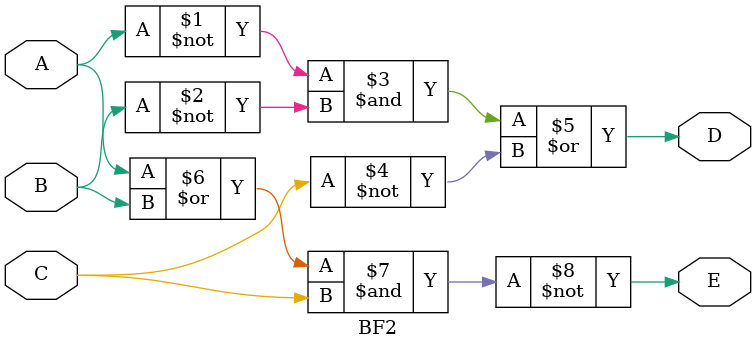
<source format=v>
`timescale 1ns / 1ps


module BF2(
    input A,
    input B,
    input C,
    output D,
    output E
    );
    
    assign D = (~A & ~B) | ~C;
    assign E = ~( (A | B) & C );
    
endmodule

</source>
